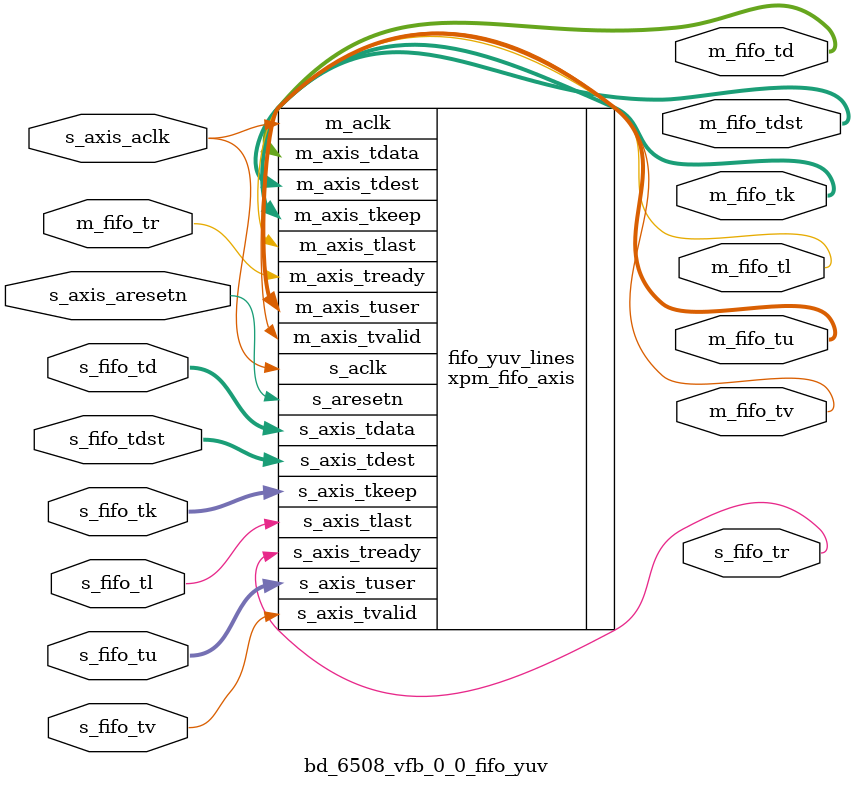
<source format=v>
`timescale 1ps/1ps
module bd_6508_vfb_0_0_fifo_yuv (
  input            s_axis_aclk    ,

  input         s_axis_aresetn ,
  output    s_fifo_tr      ,
  input     s_fifo_tv      ,
  input      [64-1:0]  s_fifo_td      ,
  input      [96-1:0]  s_fifo_tu      ,
  input      [4-1:0] s_fifo_tdst      ,
  input      [8-1:0] s_fifo_tk      ,
  input      s_fifo_tl      ,
  input     m_fifo_tr      ,
  output     m_fifo_tv      ,
  output   [64-1:0]   m_fifo_td      ,
  output   [4-1:0] m_fifo_tdst ,
  output   [96-1:0]  m_fifo_tu      ,
  output    [8-1:0] m_fifo_tk      ,
  output      m_fifo_tl      
);

xpm_fifo_axis#(
      .CLOCKING_MODE("common_clock"), // String
      .ECC_MODE("no_ecc"),            // String
      .FIFO_DEPTH(16),              // DECIMAL
      .FIFO_MEMORY_TYPE("distributed"),      // String
      .PACKET_FIFO("false"),          // String
      .PROG_EMPTY_THRESH(10),         // DECIMAL
      .PROG_FULL_THRESH(123),          // DECIMAL
      .RD_DATA_COUNT_WIDTH(1),        // DECIMAL
      .RELATED_CLOCKS(0),             // DECIMAL
      .SIM_ASSERT_CHK(0),             // DECIMAL; 0=disable simulation messages, 1=enable simulation messages
      .TDATA_WIDTH(64),               // DECIMAL
      .TDEST_WIDTH(4),                // DECIMAL
      .TUSER_WIDTH(96),                // DECIMAL
      .USE_ADV_FEATURES("1000"),      // String
      .WR_DATA_COUNT_WIDTH(1)         // DECIMAL
 ) fifo_yuv_lines(
  .s_aresetn         (s_axis_aresetn ),
  .m_aclk            (s_axis_aclk    ),
  .s_aclk            (s_axis_aclk    ),
  .s_axis_tready     (s_fifo_tr      ),
  .s_axis_tvalid     (s_fifo_tv      ),
  .s_axis_tdata      (s_fifo_td      ),
  .s_axis_tuser      (s_fifo_tu      ),
  .s_axis_tdest      (s_fifo_tdst      ),
  .s_axis_tkeep      (s_fifo_tk      ),
  .s_axis_tlast      (s_fifo_tl      ),
  .m_axis_tready     (m_fifo_tr      ),
  .m_axis_tvalid     (m_fifo_tv      ),
  .m_axis_tdata      (m_fifo_td      ),
  .m_axis_tdest      (m_fifo_tdst     ),
  .m_axis_tuser      (m_fifo_tu      ),
  .m_axis_tkeep      (m_fifo_tk      ),
  .m_axis_tlast      (m_fifo_tl      )
);
endmodule

</source>
